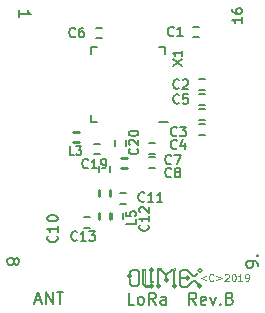
<source format=gbr>
G04 #@! TF.GenerationSoftware,KiCad,Pcbnew,5.1.0-rc2-unknown-4612175~81~ubuntu18.04.1*
G04 #@! TF.CreationDate,2019-03-08T09:47:56+02:00*
G04 #@! TF.ProjectId,LoRa_RevB,4c6f5261-5f52-4657-9642-2e6b69636164,rev?*
G04 #@! TF.SameCoordinates,Original*
G04 #@! TF.FileFunction,Legend,Top*
G04 #@! TF.FilePolarity,Positive*
%FSLAX46Y46*%
G04 Gerber Fmt 4.6, Leading zero omitted, Abs format (unit mm)*
G04 Created by KiCad (PCBNEW 5.1.0-rc2-unknown-4612175~81~ubuntu18.04.1) date 2019-03-08 09:47:56*
%MOMM*%
%LPD*%
G04 APERTURE LIST*
%ADD10C,0.150000*%
%ADD11C,0.100000*%
%ADD12C,0.254000*%
%ADD13C,0.200000*%
%ADD14C,0.010000*%
%ADD15C,0.062500*%
%ADD16C,0.012700*%
G04 APERTURE END LIST*
D10*
X76857142Y-78866666D02*
X77333333Y-78866666D01*
X76761904Y-79152380D02*
X77095238Y-78152380D01*
X77428571Y-79152380D01*
X77761904Y-79152380D02*
X77761904Y-78152380D01*
X78333333Y-79152380D01*
X78333333Y-78152380D01*
X78666666Y-78152380D02*
X79238095Y-78152380D01*
X78952380Y-79152380D02*
X78952380Y-78152380D01*
D11*
X91301085Y-76831828D02*
X90843942Y-77003257D01*
X91301085Y-77174685D01*
X91929657Y-77174685D02*
X91901085Y-77203257D01*
X91815371Y-77231828D01*
X91758228Y-77231828D01*
X91672514Y-77203257D01*
X91615371Y-77146114D01*
X91586800Y-77088971D01*
X91558228Y-76974685D01*
X91558228Y-76888971D01*
X91586800Y-76774685D01*
X91615371Y-76717542D01*
X91672514Y-76660400D01*
X91758228Y-76631828D01*
X91815371Y-76631828D01*
X91901085Y-76660400D01*
X91929657Y-76688971D01*
X92186800Y-76831828D02*
X92643942Y-77003257D01*
X92186800Y-77174685D01*
X92901085Y-76688971D02*
X92929657Y-76660400D01*
X92986800Y-76631828D01*
X93129657Y-76631828D01*
X93186800Y-76660400D01*
X93215371Y-76688971D01*
X93243942Y-76746114D01*
X93243942Y-76803257D01*
X93215371Y-76888971D01*
X92872514Y-77231828D01*
X93243942Y-77231828D01*
X93615371Y-76631828D02*
X93672514Y-76631828D01*
X93729657Y-76660400D01*
X93758228Y-76688971D01*
X93786800Y-76746114D01*
X93815371Y-76860400D01*
X93815371Y-77003257D01*
X93786800Y-77117542D01*
X93758228Y-77174685D01*
X93729657Y-77203257D01*
X93672514Y-77231828D01*
X93615371Y-77231828D01*
X93558228Y-77203257D01*
X93529657Y-77174685D01*
X93501085Y-77117542D01*
X93472514Y-77003257D01*
X93472514Y-76860400D01*
X93501085Y-76746114D01*
X93529657Y-76688971D01*
X93558228Y-76660400D01*
X93615371Y-76631828D01*
X94386800Y-77231828D02*
X94043942Y-77231828D01*
X94215371Y-77231828D02*
X94215371Y-76631828D01*
X94158228Y-76717542D01*
X94101085Y-76774685D01*
X94043942Y-76803257D01*
X94672514Y-77231828D02*
X94786800Y-77231828D01*
X94843942Y-77203257D01*
X94872514Y-77174685D01*
X94929657Y-77088971D01*
X94958228Y-76974685D01*
X94958228Y-76746114D01*
X94929657Y-76688971D01*
X94901085Y-76660400D01*
X94843942Y-76631828D01*
X94729657Y-76631828D01*
X94672514Y-76660400D01*
X94643942Y-76688971D01*
X94615371Y-76746114D01*
X94615371Y-76888971D01*
X94643942Y-76946114D01*
X94672514Y-76974685D01*
X94729657Y-77003257D01*
X94843942Y-77003257D01*
X94901085Y-76974685D01*
X94929657Y-76946114D01*
X94958228Y-76888971D01*
D10*
X85235238Y-79232380D02*
X84759047Y-79232380D01*
X84759047Y-78232380D01*
X85711428Y-79232380D02*
X85616190Y-79184761D01*
X85568571Y-79137142D01*
X85520952Y-79041904D01*
X85520952Y-78756190D01*
X85568571Y-78660952D01*
X85616190Y-78613333D01*
X85711428Y-78565714D01*
X85854285Y-78565714D01*
X85949523Y-78613333D01*
X85997142Y-78660952D01*
X86044761Y-78756190D01*
X86044761Y-79041904D01*
X85997142Y-79137142D01*
X85949523Y-79184761D01*
X85854285Y-79232380D01*
X85711428Y-79232380D01*
X87044761Y-79232380D02*
X86711428Y-78756190D01*
X86473333Y-79232380D02*
X86473333Y-78232380D01*
X86854285Y-78232380D01*
X86949523Y-78280000D01*
X86997142Y-78327619D01*
X87044761Y-78422857D01*
X87044761Y-78565714D01*
X86997142Y-78660952D01*
X86949523Y-78708571D01*
X86854285Y-78756190D01*
X86473333Y-78756190D01*
X87901904Y-79232380D02*
X87901904Y-78708571D01*
X87854285Y-78613333D01*
X87759047Y-78565714D01*
X87568571Y-78565714D01*
X87473333Y-78613333D01*
X87901904Y-79184761D02*
X87806666Y-79232380D01*
X87568571Y-79232380D01*
X87473333Y-79184761D01*
X87425714Y-79089523D01*
X87425714Y-78994285D01*
X87473333Y-78899047D01*
X87568571Y-78851428D01*
X87806666Y-78851428D01*
X87901904Y-78803809D01*
X90473333Y-79232380D02*
X90140000Y-78756190D01*
X89901904Y-79232380D02*
X89901904Y-78232380D01*
X90282857Y-78232380D01*
X90378095Y-78280000D01*
X90425714Y-78327619D01*
X90473333Y-78422857D01*
X90473333Y-78565714D01*
X90425714Y-78660952D01*
X90378095Y-78708571D01*
X90282857Y-78756190D01*
X89901904Y-78756190D01*
X91282857Y-79184761D02*
X91187619Y-79232380D01*
X90997142Y-79232380D01*
X90901904Y-79184761D01*
X90854285Y-79089523D01*
X90854285Y-78708571D01*
X90901904Y-78613333D01*
X90997142Y-78565714D01*
X91187619Y-78565714D01*
X91282857Y-78613333D01*
X91330476Y-78708571D01*
X91330476Y-78803809D01*
X90854285Y-78899047D01*
X91663809Y-78565714D02*
X91901904Y-79232380D01*
X92140000Y-78565714D01*
X92520952Y-79137142D02*
X92568571Y-79184761D01*
X92520952Y-79232380D01*
X92473333Y-79184761D01*
X92520952Y-79137142D01*
X92520952Y-79232380D01*
X93330476Y-78708571D02*
X93473333Y-78756190D01*
X93520952Y-78803809D01*
X93568571Y-78899047D01*
X93568571Y-79041904D01*
X93520952Y-79137142D01*
X93473333Y-79184761D01*
X93378095Y-79232380D01*
X92997142Y-79232380D01*
X92997142Y-78232380D01*
X93330476Y-78232380D01*
X93425714Y-78280000D01*
X93473333Y-78327619D01*
X93520952Y-78422857D01*
X93520952Y-78518095D01*
X93473333Y-78613333D01*
X93425714Y-78660952D01*
X93330476Y-78708571D01*
X92997142Y-78708571D01*
X94341904Y-54889380D02*
X94341904Y-55346523D01*
X94341904Y-55117952D02*
X93541904Y-55117952D01*
X93656190Y-55194142D01*
X93732380Y-55270333D01*
X93770476Y-55346523D01*
X93541904Y-54203666D02*
X93541904Y-54356047D01*
X93580000Y-54432238D01*
X93618095Y-54470333D01*
X93732380Y-54546523D01*
X93884761Y-54584619D01*
X94189523Y-54584619D01*
X94265714Y-54546523D01*
X94303809Y-54508428D01*
X94341904Y-54432238D01*
X94341904Y-54279857D01*
X94303809Y-54203666D01*
X94265714Y-54165571D01*
X94189523Y-54127476D01*
X93999047Y-54127476D01*
X93922857Y-54165571D01*
X93884761Y-54203666D01*
X93846666Y-54279857D01*
X93846666Y-54432238D01*
X93884761Y-54508428D01*
X93922857Y-54546523D01*
X93999047Y-54584619D01*
X95702380Y-75993571D02*
X95702380Y-75803095D01*
X95654761Y-75707857D01*
X95607142Y-75660238D01*
X95464285Y-75565000D01*
X95273809Y-75517380D01*
X94892857Y-75517380D01*
X94797619Y-75565000D01*
X94750000Y-75612619D01*
X94702380Y-75707857D01*
X94702380Y-75898333D01*
X94750000Y-75993571D01*
X94797619Y-76041190D01*
X94892857Y-76088809D01*
X95130952Y-76088809D01*
X95226190Y-76041190D01*
X95273809Y-75993571D01*
X95321428Y-75898333D01*
X95321428Y-75707857D01*
X95273809Y-75612619D01*
X95226190Y-75565000D01*
X95130952Y-75517380D01*
X95607142Y-75088809D02*
X95654761Y-75041190D01*
X95702380Y-75088809D01*
X95654761Y-75136428D01*
X95607142Y-75088809D01*
X95702380Y-75088809D01*
X75049047Y-75469761D02*
X75096666Y-75374523D01*
X75144285Y-75326904D01*
X75239523Y-75279285D01*
X75287142Y-75279285D01*
X75382380Y-75326904D01*
X75430000Y-75374523D01*
X75477619Y-75469761D01*
X75477619Y-75660238D01*
X75430000Y-75755476D01*
X75382380Y-75803095D01*
X75287142Y-75850714D01*
X75239523Y-75850714D01*
X75144285Y-75803095D01*
X75096666Y-75755476D01*
X75049047Y-75660238D01*
X75049047Y-75469761D01*
X75001428Y-75374523D01*
X74953809Y-75326904D01*
X74858571Y-75279285D01*
X74668095Y-75279285D01*
X74572857Y-75326904D01*
X74525238Y-75374523D01*
X74477619Y-75469761D01*
X74477619Y-75660238D01*
X74525238Y-75755476D01*
X74572857Y-75803095D01*
X74668095Y-75850714D01*
X74858571Y-75850714D01*
X74953809Y-75803095D01*
X75001428Y-75755476D01*
X75049047Y-75660238D01*
X75493619Y-54895714D02*
X75493619Y-54324285D01*
X75493619Y-54610000D02*
X76493619Y-54610000D01*
X76350761Y-54514761D01*
X76255523Y-54419523D01*
X76207904Y-54324285D01*
D12*
X82255500Y-71762000D02*
X82255500Y-71508000D01*
X82255500Y-71762000D02*
X82255500Y-72016000D01*
X83144500Y-71762000D02*
X83144500Y-72016000D01*
X83144500Y-71762000D02*
X83144500Y-71508000D01*
D10*
X87302000Y-63750000D02*
X88077000Y-63750000D01*
X87852000Y-57450000D02*
X87852000Y-58000000D01*
X87302000Y-57450000D02*
X87852000Y-57450000D01*
X81552000Y-57450000D02*
X81552000Y-58000000D01*
X82102000Y-57450000D02*
X81552000Y-57450000D01*
X81552000Y-63750000D02*
X81552000Y-63200000D01*
X82102000Y-63750000D02*
X81552000Y-63750000D01*
D12*
X82255500Y-69762000D02*
X82255500Y-69508000D01*
X82255500Y-69762000D02*
X82255500Y-70016000D01*
X83144500Y-69762000D02*
X83144500Y-70016000D01*
X83144500Y-69762000D02*
X83144500Y-69508000D01*
X80264000Y-65468500D02*
X80010000Y-65468500D01*
X80264000Y-65468500D02*
X80518000Y-65468500D01*
X80264000Y-64579500D02*
X80518000Y-64579500D01*
X80264000Y-64579500D02*
X80010000Y-64579500D01*
X84353400Y-67678300D02*
X84099400Y-67678300D01*
X84353400Y-67678300D02*
X84607400Y-67678300D01*
X84353400Y-66789300D02*
X84607400Y-66789300D01*
X84353400Y-66789300D02*
X84099400Y-66789300D01*
D10*
X83607500Y-65575000D02*
X83607500Y-65321000D01*
X83607500Y-65575000D02*
X83607500Y-65829000D01*
X84496500Y-65575000D02*
X84496500Y-65829000D01*
X84496500Y-65575000D02*
X84496500Y-65321000D01*
X82042000Y-66484500D02*
X81788000Y-66484500D01*
X82042000Y-66484500D02*
X82296000Y-66484500D01*
X82042000Y-65595500D02*
X82296000Y-65595500D01*
X82042000Y-65595500D02*
X81788000Y-65595500D01*
X81200000Y-71817500D02*
X81454000Y-71817500D01*
X81200000Y-71817500D02*
X80946000Y-71817500D01*
X81200000Y-72706500D02*
X80946000Y-72706500D01*
X81200000Y-72706500D02*
X81454000Y-72706500D01*
X84244500Y-71762000D02*
X84244500Y-72016000D01*
X84244500Y-71762000D02*
X84244500Y-71508000D01*
X83355500Y-71762000D02*
X83355500Y-71508000D01*
X83355500Y-71762000D02*
X83355500Y-72016000D01*
X84300000Y-70706500D02*
X84046000Y-70706500D01*
X84300000Y-70706500D02*
X84554000Y-70706500D01*
X84300000Y-69817500D02*
X84554000Y-69817500D01*
X84300000Y-69817500D02*
X84046000Y-69817500D01*
X83172300Y-67762000D02*
X83172300Y-68016000D01*
X83172300Y-67762000D02*
X83172300Y-67508000D01*
X82283300Y-67762000D02*
X82283300Y-67508000D01*
X82283300Y-67762000D02*
X82283300Y-68016000D01*
X86700000Y-66755500D02*
X86954000Y-66755500D01*
X86700000Y-66755500D02*
X86446000Y-66755500D01*
X86700000Y-67644500D02*
X86446000Y-67644500D01*
X86700000Y-67644500D02*
X86954000Y-67644500D01*
X86700000Y-65555500D02*
X86954000Y-65555500D01*
X86700000Y-65555500D02*
X86446000Y-65555500D01*
X86700000Y-66444500D02*
X86446000Y-66444500D01*
X86700000Y-66444500D02*
X86954000Y-66444500D01*
X82245200Y-55791100D02*
X82499200Y-55791100D01*
X82245200Y-55791100D02*
X81991200Y-55791100D01*
X82245200Y-56680100D02*
X81991200Y-56680100D01*
X82245200Y-56680100D02*
X82499200Y-56680100D01*
X90932000Y-62293500D02*
X90678000Y-62293500D01*
X90932000Y-62293500D02*
X91186000Y-62293500D01*
X90932000Y-61404500D02*
X91186000Y-61404500D01*
X90932000Y-61404500D02*
X90678000Y-61404500D01*
X90932000Y-64833500D02*
X90678000Y-64833500D01*
X90932000Y-64833500D02*
X91186000Y-64833500D01*
X90932000Y-63944500D02*
X91186000Y-63944500D01*
X90932000Y-63944500D02*
X90678000Y-63944500D01*
X90932000Y-63563500D02*
X90678000Y-63563500D01*
X90932000Y-63563500D02*
X91186000Y-63563500D01*
X90932000Y-62674500D02*
X91186000Y-62674500D01*
X90932000Y-62674500D02*
X90678000Y-62674500D01*
X90932000Y-61044500D02*
X90678000Y-61044500D01*
X90932000Y-61044500D02*
X91186000Y-61044500D01*
X90932000Y-60155500D02*
X91186000Y-60155500D01*
X90932000Y-60155500D02*
X90678000Y-60155500D01*
X90475000Y-56594500D02*
X90221000Y-56594500D01*
X90475000Y-56594500D02*
X90729000Y-56594500D01*
X90475000Y-55705500D02*
X90729000Y-55705500D01*
X90475000Y-55705500D02*
X90221000Y-55705500D01*
X85033139Y-76808000D02*
G75*
G03X85033139Y-76808000I-172739J0D01*
G01*
D13*
X85495400Y-76289100D02*
X85647800Y-76439700D01*
X85647800Y-76477800D02*
X85647800Y-77481100D01*
X85508100Y-77646200D02*
X85647800Y-77506500D01*
X84860400Y-77036600D02*
X84860400Y-77481100D01*
X86003400Y-76287300D02*
X86003400Y-77468400D01*
X86003400Y-77468400D02*
X86181200Y-77633500D01*
X86181200Y-77633500D02*
X86460600Y-77633500D01*
D10*
X86861939Y-77646200D02*
G75*
G03X86861939Y-77646200I-172739J0D01*
G01*
D13*
X86689200Y-76503200D02*
X86689200Y-77214400D01*
D10*
X86861939Y-76274600D02*
G75*
G03X86861939Y-76274600I-172739J0D01*
G01*
X87433439Y-77646200D02*
G75*
G03X87433439Y-77646200I-172739J0D01*
G01*
D13*
X87260700Y-77430300D02*
X87260700Y-76261900D01*
X87260700Y-76261900D02*
X87489300Y-76261900D01*
X87489300Y-76261900D02*
X87933800Y-76706400D01*
X87933800Y-76706400D02*
X87933800Y-76909600D01*
X87933800Y-76731800D02*
X88416400Y-76261900D01*
D10*
X88106539Y-77138200D02*
G75*
G03X88106539Y-77138200I-172739J0D01*
G01*
D13*
X88416400Y-76261900D02*
X88632300Y-76261900D01*
X88632300Y-76261900D02*
X88632300Y-77392200D01*
D10*
X88805039Y-77646200D02*
G75*
G03X88805039Y-77646200I-172739J0D01*
G01*
X90938639Y-77658900D02*
G75*
G03X90938639Y-77658900I-172739J0D01*
G01*
D13*
X90651600Y-77493800D02*
X90359500Y-77201700D01*
X90359500Y-77201700D02*
X90169000Y-77201700D01*
X90169000Y-77201700D02*
X89661000Y-77709700D01*
X89661000Y-77709700D02*
X89267300Y-77709700D01*
X89267300Y-77709700D02*
X89102200Y-77531900D01*
X89102200Y-77531900D02*
X89102200Y-76960400D01*
X89102200Y-76465100D02*
X89280000Y-76287300D01*
X89102200Y-76973100D02*
X89102200Y-76465100D01*
X89280000Y-76287300D02*
X89673700Y-76287300D01*
X89673700Y-76287300D02*
X90169000Y-76782600D01*
X90169000Y-76782600D02*
X90372200Y-76782600D01*
X90372200Y-76782600D02*
X90626200Y-76528600D01*
D10*
X90951339Y-76350800D02*
G75*
G03X90951339Y-76350800I-172739J0D01*
G01*
D13*
X89534000Y-76960400D02*
X89102200Y-76960400D01*
D10*
X89909939Y-76960400D02*
G75*
G03X89909939Y-76960400I-172739J0D01*
G01*
D13*
X85012800Y-76287300D02*
X85495400Y-76287300D01*
X84860400Y-76439700D02*
X85012800Y-76287300D01*
X84860400Y-76604800D02*
X84860400Y-76439700D01*
X85012800Y-77646200D02*
X84860400Y-77506500D01*
X85508100Y-77646200D02*
X85012800Y-77646200D01*
D14*
X85901800Y-76185700D02*
X85901800Y-77481100D01*
X86003400Y-76185700D02*
X85901800Y-76185700D01*
X85901800Y-77506500D02*
X86143100Y-77735100D01*
X85901800Y-77493800D02*
X85901800Y-77506500D01*
X85901800Y-77481100D02*
X85901800Y-77493800D01*
X85914500Y-77519200D02*
X85901800Y-77493800D01*
X86143100Y-77735100D02*
X86460600Y-77735100D01*
X86155800Y-77735100D02*
X86143100Y-77722400D01*
X86105000Y-76185700D02*
X86105000Y-77443000D01*
X86003400Y-76185700D02*
X86105000Y-76185700D01*
D15*
X85929740Y-76216180D02*
X85978000Y-76216180D01*
X86026260Y-76218720D02*
X86074520Y-76218720D01*
D16*
X85909420Y-76188240D02*
X85909420Y-76261900D01*
X86094840Y-76188240D02*
X86094840Y-76266980D01*
X86783180Y-77313460D02*
X86592680Y-77313460D01*
X86783180Y-77216940D02*
X86783180Y-77313460D01*
X86592680Y-77313460D02*
X86592680Y-76490500D01*
X86597760Y-77300760D02*
X86780640Y-77300760D01*
X86595220Y-77288060D02*
X86778100Y-77288060D01*
X86595220Y-77275360D02*
X86778100Y-77275360D01*
X86595220Y-77262660D02*
X86780640Y-77262660D01*
X87166720Y-76167920D02*
X87494380Y-76167920D01*
X87166720Y-76264440D02*
X87166720Y-76167920D01*
X87220060Y-76180620D02*
X87174340Y-76180620D01*
X87176880Y-76173000D02*
X87176880Y-76213640D01*
X87179420Y-76193320D02*
X87194660Y-76193320D01*
X88726280Y-76167920D02*
X88726280Y-76264440D01*
X88639920Y-76167920D02*
X88726280Y-76167920D01*
X88680560Y-76178080D02*
X88718660Y-76178080D01*
X88716120Y-76183160D02*
X88716120Y-76213640D01*
X88693260Y-76188240D02*
X88713580Y-76188240D01*
X88708500Y-76185700D02*
X88708500Y-76200940D01*
D10*
X78661428Y-73388571D02*
X78704285Y-73431428D01*
X78747142Y-73560000D01*
X78747142Y-73645714D01*
X78704285Y-73774285D01*
X78618571Y-73860000D01*
X78532857Y-73902857D01*
X78361428Y-73945714D01*
X78232857Y-73945714D01*
X78061428Y-73902857D01*
X77975714Y-73860000D01*
X77890000Y-73774285D01*
X77847142Y-73645714D01*
X77847142Y-73560000D01*
X77890000Y-73431428D01*
X77932857Y-73388571D01*
X78747142Y-72531428D02*
X78747142Y-73045714D01*
X78747142Y-72788571D02*
X77847142Y-72788571D01*
X77975714Y-72874285D01*
X78061428Y-72960000D01*
X78104285Y-73045714D01*
X77847142Y-71974285D02*
X77847142Y-71888571D01*
X77890000Y-71802857D01*
X77932857Y-71760000D01*
X78018571Y-71717142D01*
X78190000Y-71674285D01*
X78404285Y-71674285D01*
X78575714Y-71717142D01*
X78661428Y-71760000D01*
X78704285Y-71802857D01*
X78747142Y-71888571D01*
X78747142Y-71974285D01*
X78704285Y-72060000D01*
X78661428Y-72102857D01*
X78575714Y-72145714D01*
X78404285Y-72188571D01*
X78190000Y-72188571D01*
X78018571Y-72145714D01*
X77932857Y-72102857D01*
X77890000Y-72060000D01*
X77847142Y-71974285D01*
X85361904Y-71995333D02*
X85361904Y-72376285D01*
X84561904Y-72376285D01*
X84561904Y-71347714D02*
X84561904Y-71728666D01*
X84942857Y-71766761D01*
X84904761Y-71728666D01*
X84866666Y-71652476D01*
X84866666Y-71462000D01*
X84904761Y-71385809D01*
X84942857Y-71347714D01*
X85019047Y-71309619D01*
X85209523Y-71309619D01*
X85285714Y-71347714D01*
X85323809Y-71385809D01*
X85361904Y-71462000D01*
X85361904Y-71652476D01*
X85323809Y-71728666D01*
X85285714Y-71766761D01*
X88487304Y-58991419D02*
X89287304Y-58458085D01*
X88487304Y-58458085D02*
X89287304Y-58991419D01*
X89287304Y-57734276D02*
X89287304Y-58191419D01*
X89287304Y-57962847D02*
X88487304Y-57962847D01*
X88601590Y-58039038D01*
X88677780Y-58115228D01*
X88715876Y-58191419D01*
X80147333Y-66540666D02*
X79814000Y-66540666D01*
X79814000Y-65840666D01*
X80314000Y-65840666D02*
X80747333Y-65840666D01*
X80514000Y-66107333D01*
X80614000Y-66107333D01*
X80680666Y-66140666D01*
X80714000Y-66174000D01*
X80747333Y-66240666D01*
X80747333Y-66407333D01*
X80714000Y-66474000D01*
X80680666Y-66507333D01*
X80614000Y-66540666D01*
X80414000Y-66540666D01*
X80347333Y-66507333D01*
X80314000Y-66474000D01*
X85485714Y-66014285D02*
X85523809Y-66052380D01*
X85561904Y-66166666D01*
X85561904Y-66242857D01*
X85523809Y-66357142D01*
X85447619Y-66433333D01*
X85371428Y-66471428D01*
X85219047Y-66509523D01*
X85104761Y-66509523D01*
X84952380Y-66471428D01*
X84876190Y-66433333D01*
X84800000Y-66357142D01*
X84761904Y-66242857D01*
X84761904Y-66166666D01*
X84800000Y-66052380D01*
X84838095Y-66014285D01*
X84838095Y-65709523D02*
X84800000Y-65671428D01*
X84761904Y-65595238D01*
X84761904Y-65404761D01*
X84800000Y-65328571D01*
X84838095Y-65290476D01*
X84914285Y-65252380D01*
X84990476Y-65252380D01*
X85104761Y-65290476D01*
X85561904Y-65747619D01*
X85561904Y-65252380D01*
X84761904Y-64757142D02*
X84761904Y-64680952D01*
X84800000Y-64604761D01*
X84838095Y-64566666D01*
X84914285Y-64528571D01*
X85066666Y-64490476D01*
X85257142Y-64490476D01*
X85409523Y-64528571D01*
X85485714Y-64566666D01*
X85523809Y-64604761D01*
X85561904Y-64680952D01*
X85561904Y-64757142D01*
X85523809Y-64833333D01*
X85485714Y-64871428D01*
X85409523Y-64909523D01*
X85257142Y-64947619D01*
X85066666Y-64947619D01*
X84914285Y-64909523D01*
X84838095Y-64871428D01*
X84800000Y-64833333D01*
X84761904Y-64757142D01*
X81327714Y-67625714D02*
X81289619Y-67663809D01*
X81175333Y-67701904D01*
X81099142Y-67701904D01*
X80984857Y-67663809D01*
X80908666Y-67587619D01*
X80870571Y-67511428D01*
X80832476Y-67359047D01*
X80832476Y-67244761D01*
X80870571Y-67092380D01*
X80908666Y-67016190D01*
X80984857Y-66940000D01*
X81099142Y-66901904D01*
X81175333Y-66901904D01*
X81289619Y-66940000D01*
X81327714Y-66978095D01*
X82089619Y-67701904D02*
X81632476Y-67701904D01*
X81861047Y-67701904D02*
X81861047Y-66901904D01*
X81784857Y-67016190D01*
X81708666Y-67092380D01*
X81632476Y-67130476D01*
X82470571Y-67701904D02*
X82622952Y-67701904D01*
X82699142Y-67663809D01*
X82737238Y-67625714D01*
X82813428Y-67511428D01*
X82851523Y-67359047D01*
X82851523Y-67054285D01*
X82813428Y-66978095D01*
X82775333Y-66940000D01*
X82699142Y-66901904D01*
X82546761Y-66901904D01*
X82470571Y-66940000D01*
X82432476Y-66978095D01*
X82394380Y-67054285D01*
X82394380Y-67244761D01*
X82432476Y-67320952D01*
X82470571Y-67359047D01*
X82546761Y-67397142D01*
X82699142Y-67397142D01*
X82775333Y-67359047D01*
X82813428Y-67320952D01*
X82851523Y-67244761D01*
X80385714Y-73747714D02*
X80347619Y-73785809D01*
X80233333Y-73823904D01*
X80157142Y-73823904D01*
X80042857Y-73785809D01*
X79966666Y-73709619D01*
X79928571Y-73633428D01*
X79890476Y-73481047D01*
X79890476Y-73366761D01*
X79928571Y-73214380D01*
X79966666Y-73138190D01*
X80042857Y-73062000D01*
X80157142Y-73023904D01*
X80233333Y-73023904D01*
X80347619Y-73062000D01*
X80385714Y-73100095D01*
X81147619Y-73823904D02*
X80690476Y-73823904D01*
X80919047Y-73823904D02*
X80919047Y-73023904D01*
X80842857Y-73138190D01*
X80766666Y-73214380D01*
X80690476Y-73252476D01*
X81414285Y-73023904D02*
X81909523Y-73023904D01*
X81642857Y-73328666D01*
X81757142Y-73328666D01*
X81833333Y-73366761D01*
X81871428Y-73404857D01*
X81909523Y-73481047D01*
X81909523Y-73671523D01*
X81871428Y-73747714D01*
X81833333Y-73785809D01*
X81757142Y-73823904D01*
X81528571Y-73823904D01*
X81452380Y-73785809D01*
X81414285Y-73747714D01*
X86385714Y-72476285D02*
X86423809Y-72514380D01*
X86461904Y-72628666D01*
X86461904Y-72704857D01*
X86423809Y-72819142D01*
X86347619Y-72895333D01*
X86271428Y-72933428D01*
X86119047Y-72971523D01*
X86004761Y-72971523D01*
X85852380Y-72933428D01*
X85776190Y-72895333D01*
X85700000Y-72819142D01*
X85661904Y-72704857D01*
X85661904Y-72628666D01*
X85700000Y-72514380D01*
X85738095Y-72476285D01*
X86461904Y-71714380D02*
X86461904Y-72171523D01*
X86461904Y-71942952D02*
X85661904Y-71942952D01*
X85776190Y-72019142D01*
X85852380Y-72095333D01*
X85890476Y-72171523D01*
X85738095Y-71409619D02*
X85700000Y-71371523D01*
X85661904Y-71295333D01*
X85661904Y-71104857D01*
X85700000Y-71028666D01*
X85738095Y-70990571D01*
X85814285Y-70952476D01*
X85890476Y-70952476D01*
X86004761Y-70990571D01*
X86461904Y-71447714D01*
X86461904Y-70952476D01*
X86085714Y-70447714D02*
X86047619Y-70485809D01*
X85933333Y-70523904D01*
X85857142Y-70523904D01*
X85742857Y-70485809D01*
X85666666Y-70409619D01*
X85628571Y-70333428D01*
X85590476Y-70181047D01*
X85590476Y-70066761D01*
X85628571Y-69914380D01*
X85666666Y-69838190D01*
X85742857Y-69762000D01*
X85857142Y-69723904D01*
X85933333Y-69723904D01*
X86047619Y-69762000D01*
X86085714Y-69800095D01*
X86847619Y-70523904D02*
X86390476Y-70523904D01*
X86619047Y-70523904D02*
X86619047Y-69723904D01*
X86542857Y-69838190D01*
X86466666Y-69914380D01*
X86390476Y-69952476D01*
X87609523Y-70523904D02*
X87152380Y-70523904D01*
X87380952Y-70523904D02*
X87380952Y-69723904D01*
X87304761Y-69838190D01*
X87228571Y-69914380D01*
X87152380Y-69952476D01*
X88366666Y-68385714D02*
X88328571Y-68423809D01*
X88214285Y-68461904D01*
X88138095Y-68461904D01*
X88023809Y-68423809D01*
X87947619Y-68347619D01*
X87909523Y-68271428D01*
X87871428Y-68119047D01*
X87871428Y-68004761D01*
X87909523Y-67852380D01*
X87947619Y-67776190D01*
X88023809Y-67700000D01*
X88138095Y-67661904D01*
X88214285Y-67661904D01*
X88328571Y-67700000D01*
X88366666Y-67738095D01*
X88823809Y-68004761D02*
X88747619Y-67966666D01*
X88709523Y-67928571D01*
X88671428Y-67852380D01*
X88671428Y-67814285D01*
X88709523Y-67738095D01*
X88747619Y-67700000D01*
X88823809Y-67661904D01*
X88976190Y-67661904D01*
X89052380Y-67700000D01*
X89090476Y-67738095D01*
X89128571Y-67814285D01*
X89128571Y-67852380D01*
X89090476Y-67928571D01*
X89052380Y-67966666D01*
X88976190Y-68004761D01*
X88823809Y-68004761D01*
X88747619Y-68042857D01*
X88709523Y-68080952D01*
X88671428Y-68157142D01*
X88671428Y-68309523D01*
X88709523Y-68385714D01*
X88747619Y-68423809D01*
X88823809Y-68461904D01*
X88976190Y-68461904D01*
X89052380Y-68423809D01*
X89090476Y-68385714D01*
X89128571Y-68309523D01*
X89128571Y-68157142D01*
X89090476Y-68080952D01*
X89052380Y-68042857D01*
X88976190Y-68004761D01*
X88366666Y-67285714D02*
X88328571Y-67323809D01*
X88214285Y-67361904D01*
X88138095Y-67361904D01*
X88023809Y-67323809D01*
X87947619Y-67247619D01*
X87909523Y-67171428D01*
X87871428Y-67019047D01*
X87871428Y-66904761D01*
X87909523Y-66752380D01*
X87947619Y-66676190D01*
X88023809Y-66600000D01*
X88138095Y-66561904D01*
X88214285Y-66561904D01*
X88328571Y-66600000D01*
X88366666Y-66638095D01*
X88633333Y-66561904D02*
X89166666Y-66561904D01*
X88823809Y-67361904D01*
X80232266Y-56521314D02*
X80194171Y-56559409D01*
X80079885Y-56597504D01*
X80003695Y-56597504D01*
X79889409Y-56559409D01*
X79813219Y-56483219D01*
X79775123Y-56407028D01*
X79737028Y-56254647D01*
X79737028Y-56140361D01*
X79775123Y-55987980D01*
X79813219Y-55911790D01*
X79889409Y-55835600D01*
X80003695Y-55797504D01*
X80079885Y-55797504D01*
X80194171Y-55835600D01*
X80232266Y-55873695D01*
X80917980Y-55797504D02*
X80765600Y-55797504D01*
X80689409Y-55835600D01*
X80651314Y-55873695D01*
X80575123Y-55987980D01*
X80537028Y-56140361D01*
X80537028Y-56445123D01*
X80575123Y-56521314D01*
X80613219Y-56559409D01*
X80689409Y-56597504D01*
X80841790Y-56597504D01*
X80917980Y-56559409D01*
X80956076Y-56521314D01*
X80994171Y-56445123D01*
X80994171Y-56254647D01*
X80956076Y-56178457D01*
X80917980Y-56140361D01*
X80841790Y-56102266D01*
X80689409Y-56102266D01*
X80613219Y-56140361D01*
X80575123Y-56178457D01*
X80537028Y-56254647D01*
X89046066Y-62134714D02*
X89007971Y-62172809D01*
X88893685Y-62210904D01*
X88817495Y-62210904D01*
X88703209Y-62172809D01*
X88627019Y-62096619D01*
X88588923Y-62020428D01*
X88550828Y-61868047D01*
X88550828Y-61753761D01*
X88588923Y-61601380D01*
X88627019Y-61525190D01*
X88703209Y-61449000D01*
X88817495Y-61410904D01*
X88893685Y-61410904D01*
X89007971Y-61449000D01*
X89046066Y-61487095D01*
X89769876Y-61410904D02*
X89388923Y-61410904D01*
X89350828Y-61791857D01*
X89388923Y-61753761D01*
X89465114Y-61715666D01*
X89655590Y-61715666D01*
X89731780Y-61753761D01*
X89769876Y-61791857D01*
X89807971Y-61868047D01*
X89807971Y-62058523D01*
X89769876Y-62134714D01*
X89731780Y-62172809D01*
X89655590Y-62210904D01*
X89465114Y-62210904D01*
X89388923Y-62172809D01*
X89350828Y-62134714D01*
X88842866Y-65995514D02*
X88804771Y-66033609D01*
X88690485Y-66071704D01*
X88614295Y-66071704D01*
X88500009Y-66033609D01*
X88423819Y-65957419D01*
X88385723Y-65881228D01*
X88347628Y-65728847D01*
X88347628Y-65614561D01*
X88385723Y-65462180D01*
X88423819Y-65385990D01*
X88500009Y-65309800D01*
X88614295Y-65271704D01*
X88690485Y-65271704D01*
X88804771Y-65309800D01*
X88842866Y-65347895D01*
X89528580Y-65538371D02*
X89528580Y-66071704D01*
X89338104Y-65233609D02*
X89147628Y-65805038D01*
X89642866Y-65805038D01*
X88842866Y-64903314D02*
X88804771Y-64941409D01*
X88690485Y-64979504D01*
X88614295Y-64979504D01*
X88500009Y-64941409D01*
X88423819Y-64865219D01*
X88385723Y-64789028D01*
X88347628Y-64636647D01*
X88347628Y-64522361D01*
X88385723Y-64369980D01*
X88423819Y-64293790D01*
X88500009Y-64217600D01*
X88614295Y-64179504D01*
X88690485Y-64179504D01*
X88804771Y-64217600D01*
X88842866Y-64255695D01*
X89109533Y-64179504D02*
X89604771Y-64179504D01*
X89338104Y-64484266D01*
X89452390Y-64484266D01*
X89528580Y-64522361D01*
X89566676Y-64560457D01*
X89604771Y-64636647D01*
X89604771Y-64827123D01*
X89566676Y-64903314D01*
X89528580Y-64941409D01*
X89452390Y-64979504D01*
X89223819Y-64979504D01*
X89147628Y-64941409D01*
X89109533Y-64903314D01*
X89020666Y-60890114D02*
X88982571Y-60928209D01*
X88868285Y-60966304D01*
X88792095Y-60966304D01*
X88677809Y-60928209D01*
X88601619Y-60852019D01*
X88563523Y-60775828D01*
X88525428Y-60623447D01*
X88525428Y-60509161D01*
X88563523Y-60356780D01*
X88601619Y-60280590D01*
X88677809Y-60204400D01*
X88792095Y-60166304D01*
X88868285Y-60166304D01*
X88982571Y-60204400D01*
X89020666Y-60242495D01*
X89325428Y-60242495D02*
X89363523Y-60204400D01*
X89439714Y-60166304D01*
X89630190Y-60166304D01*
X89706380Y-60204400D01*
X89744476Y-60242495D01*
X89782571Y-60318685D01*
X89782571Y-60394876D01*
X89744476Y-60509161D01*
X89287333Y-60966304D01*
X89782571Y-60966304D01*
X88588866Y-56419714D02*
X88550771Y-56457809D01*
X88436485Y-56495904D01*
X88360295Y-56495904D01*
X88246009Y-56457809D01*
X88169819Y-56381619D01*
X88131723Y-56305428D01*
X88093628Y-56153047D01*
X88093628Y-56038761D01*
X88131723Y-55886380D01*
X88169819Y-55810190D01*
X88246009Y-55734000D01*
X88360295Y-55695904D01*
X88436485Y-55695904D01*
X88550771Y-55734000D01*
X88588866Y-55772095D01*
X89350771Y-56495904D02*
X88893628Y-56495904D01*
X89122200Y-56495904D02*
X89122200Y-55695904D01*
X89046009Y-55810190D01*
X88969819Y-55886380D01*
X88893628Y-55924476D01*
M02*

</source>
